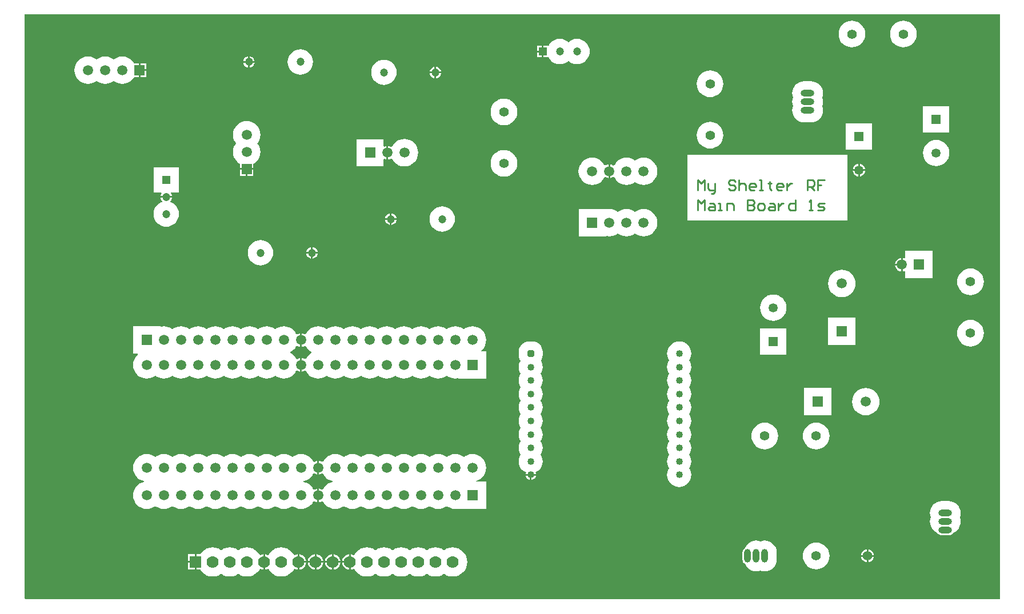
<source format=gtl>
G04 Layer_Physical_Order=1*
G04 Layer_Color=255*
%FSLAX25Y25*%
%MOIN*%
G70*
G01*
G75*
%ADD10C,0.01000*%
%ADD11C,0.05512*%
%ADD12C,0.05906*%
%ADD13R,0.05906X0.05906*%
%ADD14O,0.07874X0.03937*%
%ADD15O,0.07874X0.03937*%
%ADD16C,0.05315*%
%ADD17R,0.05315X0.05315*%
%ADD18R,0.05906X0.05906*%
%ADD19O,0.03937X0.07874*%
%ADD20O,0.03937X0.07874*%
%ADD21R,0.04724X0.04724*%
%ADD22C,0.04724*%
%ADD23R,0.04724X0.04724*%
G04:AMPARAMS|DCode=24|XSize=40mil|YSize=40mil|CornerRadius=10mil|HoleSize=0mil|Usage=FLASHONLY|Rotation=0.000|XOffset=0mil|YOffset=0mil|HoleType=Round|Shape=RoundedRectangle|*
%AMROUNDEDRECTD24*
21,1,0.04000,0.02000,0,0,0.0*
21,1,0.02000,0.04000,0,0,0.0*
1,1,0.02000,0.01000,-0.01000*
1,1,0.02000,-0.01000,-0.01000*
1,1,0.02000,-0.01000,0.01000*
1,1,0.02000,0.01000,0.01000*
%
%ADD24ROUNDEDRECTD24*%
%ADD25C,0.04000*%
%ADD26R,0.07000X0.07000*%
%ADD27C,0.07000*%
G36*
X574552Y-346953D02*
X6398D01*
X5548Y-346102D01*
Y-5548D01*
X574552D01*
Y-346953D01*
D02*
G37*
%LPC*%
G36*
X327900Y-19802D02*
X326457Y-19944D01*
X325069Y-20365D01*
X323790Y-21049D01*
X322900Y-21779D01*
X322010Y-21049D01*
X320731Y-20365D01*
X319343Y-19944D01*
X317900Y-19802D01*
X316457Y-19944D01*
X315069Y-20365D01*
X313790Y-21049D01*
X312669Y-21969D01*
X311749Y-23090D01*
X311556Y-23451D01*
X311262Y-23838D01*
Y-23838D01*
X311262Y-23838D01*
X308400D01*
Y-27200D01*
Y-30562D01*
X311262D01*
X311262Y-30562D01*
Y-30562D01*
X311561Y-30958D01*
X311749Y-31310D01*
X312669Y-32431D01*
X313790Y-33351D01*
X315069Y-34035D01*
X316457Y-34456D01*
X317900Y-34598D01*
X319343Y-34456D01*
X320731Y-34035D01*
X322010Y-33351D01*
X322900Y-32621D01*
X323790Y-33351D01*
X325069Y-34035D01*
X326457Y-34456D01*
X327900Y-34598D01*
X329343Y-34456D01*
X330731Y-34035D01*
X332010Y-33351D01*
X333131Y-32431D01*
X334051Y-31310D01*
X334735Y-30031D01*
X335156Y-28643D01*
X335298Y-27200D01*
X335156Y-25757D01*
X334735Y-24369D01*
X334051Y-23090D01*
X333131Y-21969D01*
X332010Y-21049D01*
X330731Y-20365D01*
X329343Y-19944D01*
X327900Y-19802D01*
D02*
G37*
G36*
X518300Y-9207D02*
X516780Y-9356D01*
X515318Y-9800D01*
X513970Y-10520D01*
X512789Y-11489D01*
X511820Y-12670D01*
X511100Y-14018D01*
X510656Y-15480D01*
X510507Y-17000D01*
X510656Y-18520D01*
X511100Y-19982D01*
X511820Y-21330D01*
X512789Y-22511D01*
X513970Y-23480D01*
X515318Y-24200D01*
X516780Y-24644D01*
X518300Y-24793D01*
X519820Y-24644D01*
X521282Y-24200D01*
X522630Y-23480D01*
X523811Y-22511D01*
X524780Y-21330D01*
X525500Y-19982D01*
X525944Y-18520D01*
X526093Y-17000D01*
X525944Y-15480D01*
X525500Y-14018D01*
X524780Y-12670D01*
X523811Y-11489D01*
X522630Y-10520D01*
X521282Y-9800D01*
X519820Y-9356D01*
X518300Y-9207D01*
D02*
G37*
G36*
X488300D02*
X486780Y-9356D01*
X485318Y-9800D01*
X483970Y-10520D01*
X482789Y-11489D01*
X481820Y-12670D01*
X481100Y-14018D01*
X480656Y-15480D01*
X480507Y-17000D01*
X480656Y-18520D01*
X481100Y-19982D01*
X481820Y-21330D01*
X482789Y-22511D01*
X483970Y-23480D01*
X485318Y-24200D01*
X486780Y-24644D01*
X488300Y-24793D01*
X489820Y-24644D01*
X491282Y-24200D01*
X492630Y-23480D01*
X493811Y-22511D01*
X494780Y-21330D01*
X495500Y-19982D01*
X495944Y-18520D01*
X496093Y-17000D01*
X495944Y-15480D01*
X495500Y-14018D01*
X494780Y-12670D01*
X493811Y-11489D01*
X492630Y-10520D01*
X491282Y-9800D01*
X489820Y-9356D01*
X488300Y-9207D01*
D02*
G37*
G36*
X307400Y-23838D02*
X304538D01*
Y-26700D01*
X307400D01*
Y-23838D01*
D02*
G37*
G36*
Y-27700D02*
X304538D01*
Y-30562D01*
X307400D01*
Y-27700D01*
D02*
G37*
G36*
X62700Y-30109D02*
X61141Y-30262D01*
X59642Y-30717D01*
X58260Y-31455D01*
X57700Y-31915D01*
X57140Y-31455D01*
X55758Y-30717D01*
X54259Y-30262D01*
X52700Y-30109D01*
X51141Y-30262D01*
X49642Y-30717D01*
X48260Y-31455D01*
X47700Y-31915D01*
X47140Y-31455D01*
X45758Y-30717D01*
X44259Y-30262D01*
X42700Y-30109D01*
X41141Y-30262D01*
X39642Y-30717D01*
X38260Y-31455D01*
X37049Y-32449D01*
X36055Y-33660D01*
X35317Y-35042D01*
X34862Y-36541D01*
X34709Y-38100D01*
X34862Y-39659D01*
X35317Y-41158D01*
X36055Y-42540D01*
X37049Y-43751D01*
X38260Y-44745D01*
X39642Y-45483D01*
X41141Y-45938D01*
X42700Y-46091D01*
X44259Y-45938D01*
X45758Y-45483D01*
X47140Y-44745D01*
X47700Y-44285D01*
X48260Y-44745D01*
X49642Y-45483D01*
X51141Y-45938D01*
X52700Y-46091D01*
X54259Y-45938D01*
X55758Y-45483D01*
X57140Y-44745D01*
X57700Y-44285D01*
X58260Y-44745D01*
X59642Y-45483D01*
X61141Y-45938D01*
X62700Y-46091D01*
X64259Y-45938D01*
X65758Y-45483D01*
X67140Y-44745D01*
X68351Y-43751D01*
X69345Y-42540D01*
X69605Y-42053D01*
X72200D01*
Y-38100D01*
Y-34147D01*
X69605D01*
X69345Y-33660D01*
X68351Y-32449D01*
X67140Y-31455D01*
X65758Y-30717D01*
X64259Y-30262D01*
X62700Y-30109D01*
D02*
G37*
G36*
X137000Y-29975D02*
Y-32800D01*
X139825D01*
X139776Y-32422D01*
X139437Y-31604D01*
X138898Y-30902D01*
X138196Y-30363D01*
X137378Y-30024D01*
X137000Y-29975D01*
D02*
G37*
G36*
X136000D02*
X135622Y-30024D01*
X134804Y-30363D01*
X134102Y-30902D01*
X133563Y-31604D01*
X133224Y-32422D01*
X133175Y-32800D01*
X136000D01*
Y-29975D01*
D02*
G37*
G36*
X139825Y-33800D02*
X137000D01*
Y-36625D01*
X137378Y-36576D01*
X138196Y-36237D01*
X138898Y-35698D01*
X139437Y-34996D01*
X139776Y-34178D01*
X139825Y-33800D01*
D02*
G37*
G36*
X136000D02*
X133175D01*
X133224Y-34178D01*
X133563Y-34996D01*
X134102Y-35698D01*
X134804Y-36237D01*
X135622Y-36576D01*
X136000Y-36625D01*
Y-33800D01*
D02*
G37*
G36*
X76653Y-34147D02*
X73200D01*
Y-37600D01*
X76653D01*
Y-34147D01*
D02*
G37*
G36*
X245800Y-36075D02*
Y-38900D01*
X248625D01*
X248576Y-38522D01*
X248237Y-37704D01*
X247698Y-37002D01*
X246996Y-36463D01*
X246178Y-36124D01*
X245800Y-36075D01*
D02*
G37*
G36*
X244800D02*
X244422Y-36124D01*
X243604Y-36463D01*
X242902Y-37002D01*
X242363Y-37704D01*
X242024Y-38522D01*
X241975Y-38900D01*
X244800D01*
Y-36075D01*
D02*
G37*
G36*
X166500Y-25902D02*
X165057Y-26044D01*
X163669Y-26465D01*
X162390Y-27149D01*
X161269Y-28069D01*
X160349Y-29190D01*
X159665Y-30469D01*
X159244Y-31857D01*
X159102Y-33300D01*
X159244Y-34743D01*
X159665Y-36131D01*
X160349Y-37410D01*
X161269Y-38531D01*
X162390Y-39451D01*
X163669Y-40135D01*
X165057Y-40556D01*
X166500Y-40698D01*
X167943Y-40556D01*
X169331Y-40135D01*
X170610Y-39451D01*
X171731Y-38531D01*
X172651Y-37410D01*
X173335Y-36131D01*
X173756Y-34743D01*
X173898Y-33300D01*
X173756Y-31857D01*
X173335Y-30469D01*
X172651Y-29190D01*
X171731Y-28069D01*
X170610Y-27149D01*
X169331Y-26465D01*
X167943Y-26044D01*
X166500Y-25902D01*
D02*
G37*
G36*
X76653Y-38600D02*
X73200D01*
Y-42053D01*
X76653D01*
Y-38600D01*
D02*
G37*
G36*
X248625Y-39900D02*
X245800D01*
Y-42725D01*
X246178Y-42676D01*
X246996Y-42337D01*
X247698Y-41798D01*
X248237Y-41096D01*
X248576Y-40278D01*
X248625Y-39900D01*
D02*
G37*
G36*
X244800D02*
X241975D01*
X242024Y-40278D01*
X242363Y-41096D01*
X242902Y-41798D01*
X243604Y-42337D01*
X244422Y-42676D01*
X244800Y-42725D01*
Y-39900D01*
D02*
G37*
G36*
X215300Y-32002D02*
X213857Y-32144D01*
X212469Y-32565D01*
X211190Y-33249D01*
X210069Y-34169D01*
X209149Y-35290D01*
X208465Y-36569D01*
X208044Y-37957D01*
X207902Y-39400D01*
X208044Y-40843D01*
X208465Y-42231D01*
X209149Y-43510D01*
X210069Y-44631D01*
X211190Y-45551D01*
X212469Y-46235D01*
X213857Y-46656D01*
X215300Y-46798D01*
X216743Y-46656D01*
X218131Y-46235D01*
X219410Y-45551D01*
X220531Y-44631D01*
X221451Y-43510D01*
X222135Y-42231D01*
X222556Y-40843D01*
X222698Y-39400D01*
X222556Y-37957D01*
X222135Y-36569D01*
X221451Y-35290D01*
X220531Y-34169D01*
X219410Y-33249D01*
X218131Y-32565D01*
X216743Y-32144D01*
X215300Y-32002D01*
D02*
G37*
G36*
X405500Y-38307D02*
X403980Y-38456D01*
X402518Y-38900D01*
X401170Y-39620D01*
X399989Y-40589D01*
X399020Y-41770D01*
X398300Y-43118D01*
X397856Y-44580D01*
X397707Y-46100D01*
X397856Y-47620D01*
X398300Y-49082D01*
X399020Y-50430D01*
X399989Y-51611D01*
X401170Y-52580D01*
X402518Y-53300D01*
X403980Y-53744D01*
X405500Y-53893D01*
X407020Y-53744D01*
X408482Y-53300D01*
X409830Y-52580D01*
X411011Y-51611D01*
X411980Y-50430D01*
X412700Y-49082D01*
X413144Y-47620D01*
X413293Y-46100D01*
X413144Y-44580D01*
X412700Y-43118D01*
X411980Y-41770D01*
X411011Y-40589D01*
X409830Y-39620D01*
X408482Y-38900D01*
X407020Y-38456D01*
X405500Y-38307D01*
D02*
G37*
G36*
X464368Y-44598D02*
X460431D01*
X459065Y-44732D01*
X457752Y-45131D01*
X456541Y-45778D01*
X455480Y-46649D01*
X454609Y-47710D01*
X453962Y-48920D01*
X453564Y-50234D01*
X453429Y-51600D01*
X453564Y-52966D01*
X453908Y-54100D01*
X453564Y-55234D01*
X453429Y-56600D01*
X453564Y-57966D01*
X453908Y-59100D01*
X453564Y-60234D01*
X453429Y-61600D01*
X453564Y-62966D01*
X453962Y-64280D01*
X454609Y-65490D01*
X455480Y-66551D01*
X456541Y-67422D01*
X457752Y-68069D01*
X459065Y-68468D01*
X460431Y-68602D01*
X464368D01*
X465735Y-68468D01*
X467048Y-68069D01*
X468259Y-67422D01*
X469320Y-66551D01*
X470191Y-65490D01*
X470838Y-64280D01*
X471236Y-62966D01*
X471371Y-61600D01*
X471236Y-60234D01*
X470892Y-59100D01*
X471236Y-57966D01*
X471371Y-56600D01*
X471236Y-55234D01*
X470892Y-54100D01*
X471236Y-52966D01*
X471371Y-51600D01*
X471236Y-50234D01*
X470838Y-48920D01*
X470191Y-47710D01*
X469320Y-46649D01*
X468259Y-45778D01*
X467048Y-45131D01*
X465735Y-44732D01*
X464368Y-44598D01*
D02*
G37*
G36*
X285300Y-54707D02*
X283780Y-54856D01*
X282318Y-55300D01*
X280970Y-56020D01*
X279789Y-56989D01*
X278820Y-58170D01*
X278100Y-59518D01*
X277656Y-60980D01*
X277507Y-62500D01*
X277656Y-64020D01*
X278100Y-65482D01*
X278820Y-66830D01*
X279789Y-68011D01*
X280970Y-68980D01*
X282318Y-69700D01*
X283780Y-70144D01*
X285300Y-70293D01*
X286820Y-70144D01*
X288282Y-69700D01*
X289630Y-68980D01*
X290811Y-68011D01*
X291780Y-66830D01*
X292500Y-65482D01*
X292944Y-64020D01*
X293093Y-62500D01*
X292944Y-60980D01*
X292500Y-59518D01*
X291780Y-58170D01*
X290811Y-56989D01*
X289630Y-56020D01*
X288282Y-55300D01*
X286820Y-54856D01*
X285300Y-54707D01*
D02*
G37*
G36*
X545057Y-59100D02*
X529742D01*
Y-74415D01*
X545057D01*
Y-59100D01*
D02*
G37*
G36*
X227200Y-78309D02*
X225641Y-78462D01*
X224142Y-78917D01*
X222760Y-79655D01*
X221549Y-80649D01*
X220555Y-81860D01*
X220024Y-82854D01*
X219383Y-82993D01*
X219193Y-82847D01*
X218232Y-82449D01*
X217700Y-82379D01*
Y-86300D01*
Y-90221D01*
X218232Y-90151D01*
X219193Y-89753D01*
X219383Y-89607D01*
X220024Y-89745D01*
X220555Y-90740D01*
X221549Y-91951D01*
X222760Y-92945D01*
X224142Y-93683D01*
X225641Y-94138D01*
X227200Y-94291D01*
X228759Y-94138D01*
X230258Y-93683D01*
X231640Y-92945D01*
X232851Y-91951D01*
X233844Y-90740D01*
X234583Y-89358D01*
X235038Y-87859D01*
X235191Y-86300D01*
X235038Y-84741D01*
X234583Y-83242D01*
X233844Y-81860D01*
X232851Y-80649D01*
X231640Y-79655D01*
X230258Y-78917D01*
X228759Y-78462D01*
X227200Y-78309D01*
D02*
G37*
G36*
X405500Y-68307D02*
X403980Y-68456D01*
X402518Y-68900D01*
X401170Y-69620D01*
X399989Y-70589D01*
X399020Y-71770D01*
X398300Y-73118D01*
X397856Y-74580D01*
X397707Y-76100D01*
X397856Y-77620D01*
X398300Y-79082D01*
X399020Y-80430D01*
X399989Y-81611D01*
X401170Y-82580D01*
X402518Y-83300D01*
X403980Y-83744D01*
X405500Y-83893D01*
X407020Y-83744D01*
X408482Y-83300D01*
X409830Y-82580D01*
X411011Y-81611D01*
X411980Y-80430D01*
X412700Y-79082D01*
X413144Y-77620D01*
X413293Y-76100D01*
X413144Y-74580D01*
X412700Y-73118D01*
X411980Y-71770D01*
X411011Y-70589D01*
X409830Y-69620D01*
X408482Y-68900D01*
X407020Y-68456D01*
X405500Y-68307D01*
D02*
G37*
G36*
X500058Y-69100D02*
X484742D01*
Y-84415D01*
X500058D01*
Y-69100D01*
D02*
G37*
G36*
X215153Y-78347D02*
X199247D01*
Y-94253D01*
X215153D01*
Y-90272D01*
X215653Y-89938D01*
X216168Y-90151D01*
X216700Y-90221D01*
Y-86300D01*
Y-82379D01*
X216168Y-82449D01*
X215653Y-82662D01*
X215153Y-82328D01*
Y-78347D01*
D02*
G37*
G36*
X366800Y-89109D02*
X365241Y-89262D01*
X363742Y-89717D01*
X362360Y-90456D01*
X361800Y-90915D01*
X361240Y-90456D01*
X359858Y-89717D01*
X358359Y-89262D01*
X356800Y-89109D01*
X355241Y-89262D01*
X353742Y-89717D01*
X352360Y-90456D01*
X351149Y-91449D01*
X350155Y-92660D01*
X349624Y-93655D01*
X348983Y-93793D01*
X348793Y-93647D01*
X347832Y-93249D01*
X347300Y-93179D01*
Y-97100D01*
Y-101021D01*
X347832Y-100951D01*
X348793Y-100553D01*
X348983Y-100407D01*
X349624Y-100546D01*
X350155Y-101540D01*
X351149Y-102751D01*
X352360Y-103744D01*
X353742Y-104483D01*
X355241Y-104938D01*
X356800Y-105091D01*
X358359Y-104938D01*
X359858Y-104483D01*
X361240Y-103744D01*
X361800Y-103285D01*
X362360Y-103744D01*
X363742Y-104483D01*
X365241Y-104938D01*
X366800Y-105091D01*
X368359Y-104938D01*
X369858Y-104483D01*
X371240Y-103744D01*
X372451Y-102751D01*
X373445Y-101540D01*
X374183Y-100158D01*
X374638Y-98659D01*
X374791Y-97100D01*
X374638Y-95541D01*
X374183Y-94042D01*
X373445Y-92660D01*
X372451Y-91449D01*
X371240Y-90456D01*
X369858Y-89717D01*
X368359Y-89262D01*
X366800Y-89109D01*
D02*
G37*
G36*
X537400Y-78748D02*
X535899Y-78896D01*
X534455Y-79334D01*
X533125Y-80045D01*
X531959Y-81002D01*
X531002Y-82168D01*
X530291Y-83498D01*
X529853Y-84942D01*
X529705Y-86443D01*
X529853Y-87944D01*
X530291Y-89387D01*
X531002Y-90717D01*
X531959Y-91883D01*
X533125Y-92840D01*
X534455Y-93551D01*
X535899Y-93989D01*
X537400Y-94137D01*
X538901Y-93989D01*
X540345Y-93551D01*
X541675Y-92840D01*
X542841Y-91883D01*
X543798Y-90717D01*
X544509Y-89387D01*
X544947Y-87944D01*
X545094Y-86443D01*
X544947Y-84942D01*
X544509Y-83498D01*
X543798Y-82168D01*
X542841Y-81002D01*
X541675Y-80045D01*
X540345Y-79334D01*
X538901Y-78896D01*
X537400Y-78748D01*
D02*
G37*
G36*
X135200Y-67809D02*
X133641Y-67962D01*
X132142Y-68417D01*
X130760Y-69156D01*
X129549Y-70149D01*
X128556Y-71360D01*
X127817Y-72742D01*
X127362Y-74241D01*
X127209Y-75800D01*
X127362Y-77359D01*
X127817Y-78858D01*
X128556Y-80240D01*
X129015Y-80800D01*
X128556Y-81360D01*
X127817Y-82742D01*
X127362Y-84241D01*
X127209Y-85800D01*
X127362Y-87359D01*
X127817Y-88858D01*
X128556Y-90240D01*
X129549Y-91451D01*
X130760Y-92444D01*
X131247Y-92705D01*
Y-95300D01*
X135200D01*
X139153D01*
Y-92705D01*
X139640Y-92444D01*
X140851Y-91451D01*
X141844Y-90240D01*
X142583Y-88858D01*
X143038Y-87359D01*
X143191Y-85800D01*
X143038Y-84241D01*
X142583Y-82742D01*
X141844Y-81360D01*
X141385Y-80800D01*
X141844Y-80240D01*
X142583Y-78858D01*
X143038Y-77359D01*
X143191Y-75800D01*
X143038Y-74241D01*
X142583Y-72742D01*
X141844Y-71360D01*
X140851Y-70149D01*
X139640Y-69156D01*
X138258Y-68417D01*
X136759Y-67962D01*
X135200Y-67809D01*
D02*
G37*
G36*
X492900Y-92819D02*
Y-95943D01*
X496023D01*
X495963Y-95488D01*
X495595Y-94598D01*
X495009Y-93834D01*
X494244Y-93248D01*
X493355Y-92879D01*
X492900Y-92819D01*
D02*
G37*
G36*
X491900D02*
X491445Y-92879D01*
X490555Y-93248D01*
X489791Y-93834D01*
X489205Y-94598D01*
X488837Y-95488D01*
X488777Y-95943D01*
X491900D01*
Y-92819D01*
D02*
G37*
G36*
X139153Y-96300D02*
X135700D01*
Y-99753D01*
X139153D01*
Y-96300D01*
D02*
G37*
G36*
X134700D02*
X131247D01*
Y-99753D01*
X134700D01*
Y-96300D01*
D02*
G37*
G36*
X496023Y-96943D02*
X492900D01*
Y-100066D01*
X493355Y-100006D01*
X494244Y-99637D01*
X495009Y-99051D01*
X495595Y-98287D01*
X495963Y-97397D01*
X496023Y-96943D01*
D02*
G37*
G36*
X491900D02*
X488777D01*
X488837Y-97397D01*
X489205Y-98287D01*
X489791Y-99051D01*
X490555Y-99637D01*
X491445Y-100006D01*
X491900Y-100066D01*
Y-96943D01*
D02*
G37*
G36*
X285300Y-84707D02*
X283780Y-84856D01*
X282318Y-85300D01*
X280970Y-86020D01*
X279789Y-86989D01*
X278820Y-88170D01*
X278100Y-89518D01*
X277656Y-90980D01*
X277507Y-92500D01*
X277656Y-94020D01*
X278100Y-95482D01*
X278820Y-96830D01*
X279789Y-98011D01*
X280970Y-98980D01*
X282318Y-99700D01*
X283780Y-100144D01*
X285300Y-100293D01*
X286820Y-100144D01*
X288282Y-99700D01*
X289630Y-98980D01*
X290811Y-98011D01*
X291780Y-96830D01*
X292500Y-95482D01*
X292944Y-94020D01*
X293093Y-92500D01*
X292944Y-90980D01*
X292500Y-89518D01*
X291780Y-88170D01*
X290811Y-86989D01*
X289630Y-86020D01*
X288282Y-85300D01*
X286820Y-84856D01*
X285300Y-84707D01*
D02*
G37*
G36*
X336800Y-89109D02*
X335241Y-89262D01*
X333742Y-89717D01*
X332360Y-90456D01*
X331149Y-91449D01*
X330155Y-92660D01*
X329417Y-94042D01*
X328962Y-95541D01*
X328809Y-97100D01*
X328962Y-98659D01*
X329417Y-100158D01*
X330155Y-101540D01*
X331149Y-102751D01*
X332360Y-103744D01*
X333742Y-104483D01*
X335241Y-104938D01*
X336800Y-105091D01*
X338359Y-104938D01*
X339858Y-104483D01*
X341240Y-103744D01*
X342451Y-102751D01*
X343444Y-101540D01*
X343976Y-100546D01*
X344617Y-100407D01*
X344807Y-100553D01*
X345768Y-100951D01*
X346300Y-101021D01*
Y-97100D01*
Y-93179D01*
X345768Y-93249D01*
X344807Y-93647D01*
X344617Y-93793D01*
X343976Y-93655D01*
X343444Y-92660D01*
X342451Y-91449D01*
X341240Y-90456D01*
X339858Y-89717D01*
X338359Y-89262D01*
X336800Y-89109D01*
D02*
G37*
G36*
X95662Y-94738D02*
X80938D01*
Y-109462D01*
X85456D01*
X85702Y-109962D01*
X85363Y-110404D01*
X85024Y-111222D01*
X84975Y-111600D01*
X88300D01*
X91625D01*
X91576Y-111222D01*
X91237Y-110404D01*
X90898Y-109962D01*
X91144Y-109462D01*
X95662D01*
Y-94738D01*
D02*
G37*
G36*
X366800Y-119109D02*
X365241Y-119262D01*
X363742Y-119717D01*
X362360Y-120456D01*
X361800Y-120915D01*
X361240Y-120456D01*
X359858Y-119717D01*
X358359Y-119262D01*
X356800Y-119109D01*
X355241Y-119262D01*
X353742Y-119717D01*
X352360Y-120456D01*
X351800Y-120915D01*
X351240Y-120456D01*
X349858Y-119717D01*
X348359Y-119262D01*
X346800Y-119109D01*
X345253Y-119261D01*
X344923Y-119274D01*
X344753Y-119147D01*
Y-119147D01*
X328847D01*
Y-135053D01*
X344753D01*
Y-135053D01*
X344923Y-134926D01*
X345253Y-134939D01*
X346800Y-135091D01*
X348359Y-134938D01*
X349858Y-134483D01*
X351240Y-133745D01*
X351800Y-133285D01*
X352360Y-133745D01*
X353742Y-134483D01*
X355241Y-134938D01*
X356800Y-135091D01*
X358359Y-134938D01*
X359858Y-134483D01*
X361240Y-133745D01*
X361800Y-133285D01*
X362360Y-133745D01*
X363742Y-134483D01*
X365241Y-134938D01*
X366800Y-135091D01*
X368359Y-134938D01*
X369858Y-134483D01*
X371240Y-133745D01*
X372451Y-132751D01*
X373445Y-131540D01*
X374183Y-130158D01*
X374638Y-128659D01*
X374791Y-127100D01*
X374638Y-125541D01*
X374183Y-124042D01*
X373445Y-122660D01*
X372451Y-121449D01*
X371240Y-120456D01*
X369858Y-119717D01*
X368359Y-119262D01*
X366800Y-119109D01*
D02*
G37*
G36*
X219800Y-121675D02*
Y-124500D01*
X222625D01*
X222576Y-124122D01*
X222237Y-123304D01*
X221698Y-122602D01*
X220996Y-122063D01*
X220178Y-121724D01*
X219800Y-121675D01*
D02*
G37*
G36*
X218800D02*
X218422Y-121724D01*
X217604Y-122063D01*
X216902Y-122602D01*
X216363Y-123304D01*
X216024Y-124122D01*
X215975Y-124500D01*
X218800D01*
Y-121675D01*
D02*
G37*
G36*
X485800Y-87605D02*
X392300D01*
Y-125900D01*
X485800D01*
Y-87605D01*
D02*
G37*
G36*
X222625Y-125500D02*
X219800D01*
Y-128325D01*
X220178Y-128276D01*
X220996Y-127937D01*
X221698Y-127398D01*
X222237Y-126696D01*
X222576Y-125878D01*
X222625Y-125500D01*
D02*
G37*
G36*
X218800D02*
X215975D01*
X216024Y-125878D01*
X216363Y-126696D01*
X216902Y-127398D01*
X217604Y-127937D01*
X218422Y-128276D01*
X218800Y-128325D01*
Y-125500D01*
D02*
G37*
G36*
X91625Y-112600D02*
X88300D01*
X84975D01*
X85024Y-112978D01*
X85363Y-113796D01*
X85902Y-114498D01*
X86062Y-114621D01*
X85972Y-115113D01*
X85469Y-115265D01*
X84190Y-115949D01*
X83069Y-116869D01*
X82149Y-117990D01*
X81465Y-119269D01*
X81044Y-120657D01*
X80902Y-122100D01*
X81044Y-123543D01*
X81465Y-124931D01*
X82149Y-126210D01*
X83069Y-127331D01*
X84190Y-128251D01*
X85469Y-128935D01*
X86857Y-129356D01*
X88300Y-129498D01*
X89743Y-129356D01*
X91131Y-128935D01*
X92410Y-128251D01*
X93531Y-127331D01*
X94451Y-126210D01*
X95135Y-124931D01*
X95556Y-123543D01*
X95698Y-122100D01*
X95556Y-120657D01*
X95135Y-119269D01*
X94451Y-117990D01*
X93531Y-116869D01*
X92410Y-115949D01*
X91131Y-115265D01*
X90627Y-115113D01*
X90538Y-114621D01*
X90698Y-114498D01*
X91237Y-113796D01*
X91576Y-112978D01*
X91625Y-112600D01*
D02*
G37*
G36*
X249300Y-117602D02*
X247857Y-117744D01*
X246469Y-118165D01*
X245190Y-118849D01*
X244069Y-119769D01*
X243149Y-120890D01*
X242465Y-122169D01*
X242044Y-123557D01*
X241902Y-125000D01*
X242044Y-126443D01*
X242465Y-127831D01*
X243149Y-129110D01*
X244069Y-130231D01*
X245190Y-131151D01*
X246469Y-131835D01*
X247857Y-132256D01*
X249300Y-132398D01*
X250743Y-132256D01*
X252131Y-131835D01*
X253410Y-131151D01*
X254531Y-130231D01*
X255451Y-129110D01*
X256135Y-127831D01*
X256556Y-126443D01*
X256698Y-125000D01*
X256556Y-123557D01*
X256135Y-122169D01*
X255451Y-120890D01*
X254531Y-119769D01*
X253410Y-118849D01*
X252131Y-118165D01*
X250743Y-117744D01*
X249300Y-117602D01*
D02*
G37*
G36*
X173800Y-141375D02*
Y-144200D01*
X176625D01*
X176576Y-143822D01*
X176237Y-143004D01*
X175698Y-142302D01*
X174996Y-141763D01*
X174178Y-141424D01*
X173800Y-141375D01*
D02*
G37*
G36*
X172800D02*
X172422Y-141424D01*
X171604Y-141763D01*
X170902Y-142302D01*
X170363Y-143004D01*
X170024Y-143822D01*
X169975Y-144200D01*
X172800D01*
Y-141375D01*
D02*
G37*
G36*
X535353Y-143647D02*
X519447D01*
Y-147628D01*
X518947Y-147962D01*
X518432Y-147749D01*
X517900Y-147679D01*
Y-151600D01*
Y-155521D01*
X518432Y-155451D01*
X518947Y-155237D01*
X519447Y-155572D01*
Y-159553D01*
X535353D01*
Y-143647D01*
D02*
G37*
G36*
X176625Y-145200D02*
X173800D01*
Y-148025D01*
X174178Y-147976D01*
X174996Y-147637D01*
X175698Y-147098D01*
X176237Y-146396D01*
X176576Y-145578D01*
X176625Y-145200D01*
D02*
G37*
G36*
X172800D02*
X169975D01*
X170024Y-145578D01*
X170363Y-146396D01*
X170902Y-147098D01*
X171604Y-147637D01*
X172422Y-147976D01*
X172800Y-148025D01*
Y-145200D01*
D02*
G37*
G36*
X516900Y-147679D02*
X516368Y-147749D01*
X515407Y-148147D01*
X514581Y-148781D01*
X513947Y-149607D01*
X513549Y-150568D01*
X513479Y-151100D01*
X516900D01*
Y-147679D01*
D02*
G37*
G36*
X143300Y-137302D02*
X141857Y-137444D01*
X140469Y-137865D01*
X139190Y-138549D01*
X138069Y-139469D01*
X137149Y-140590D01*
X136465Y-141869D01*
X136044Y-143257D01*
X135902Y-144700D01*
X136044Y-146143D01*
X136465Y-147531D01*
X137149Y-148810D01*
X138069Y-149931D01*
X139190Y-150851D01*
X140469Y-151535D01*
X141857Y-151956D01*
X143300Y-152098D01*
X144743Y-151956D01*
X146131Y-151535D01*
X147410Y-150851D01*
X148531Y-149931D01*
X149451Y-148810D01*
X150135Y-147531D01*
X150556Y-146143D01*
X150698Y-144700D01*
X150556Y-143257D01*
X150135Y-141869D01*
X149451Y-140590D01*
X148531Y-139469D01*
X147410Y-138549D01*
X146131Y-137865D01*
X144743Y-137444D01*
X143300Y-137302D01*
D02*
G37*
G36*
X516900Y-152100D02*
X513479D01*
X513549Y-152632D01*
X513947Y-153593D01*
X514581Y-154419D01*
X515407Y-155053D01*
X516368Y-155451D01*
X516900Y-155521D01*
Y-152100D01*
D02*
G37*
G36*
X557400Y-153807D02*
X555880Y-153956D01*
X554418Y-154400D01*
X553070Y-155120D01*
X551889Y-156089D01*
X550920Y-157270D01*
X550200Y-158618D01*
X549756Y-160080D01*
X549607Y-161600D01*
X549756Y-163120D01*
X550200Y-164582D01*
X550920Y-165930D01*
X551889Y-167111D01*
X553070Y-168080D01*
X554418Y-168800D01*
X555880Y-169244D01*
X557400Y-169393D01*
X558920Y-169244D01*
X560382Y-168800D01*
X561730Y-168080D01*
X562911Y-167111D01*
X563880Y-165930D01*
X564600Y-164582D01*
X565044Y-163120D01*
X565193Y-161600D01*
X565044Y-160080D01*
X564600Y-158618D01*
X563880Y-157270D01*
X562911Y-156089D01*
X561730Y-155120D01*
X560382Y-154400D01*
X558920Y-153956D01*
X557400Y-153807D01*
D02*
G37*
G36*
X482400Y-154632D02*
X480841Y-154786D01*
X479342Y-155241D01*
X477960Y-155979D01*
X476749Y-156973D01*
X475756Y-158184D01*
X475017Y-159565D01*
X474562Y-161065D01*
X474409Y-162624D01*
X474562Y-164183D01*
X475017Y-165682D01*
X475756Y-167063D01*
X476749Y-168274D01*
X477960Y-169268D01*
X479342Y-170007D01*
X480841Y-170461D01*
X482400Y-170615D01*
X483959Y-170461D01*
X485458Y-170007D01*
X486840Y-169268D01*
X488051Y-168274D01*
X489045Y-167063D01*
X489783Y-165682D01*
X490238Y-164183D01*
X490391Y-162624D01*
X490238Y-161065D01*
X489783Y-159565D01*
X489045Y-158184D01*
X488051Y-156973D01*
X486840Y-155979D01*
X485458Y-155241D01*
X483959Y-154786D01*
X482400Y-154632D01*
D02*
G37*
G36*
X442400Y-169063D02*
X440899Y-169211D01*
X439455Y-169649D01*
X438125Y-170360D01*
X436959Y-171317D01*
X436002Y-172483D01*
X435291Y-173813D01*
X434853Y-175256D01*
X434705Y-176757D01*
X434853Y-178259D01*
X435291Y-179702D01*
X436002Y-181032D01*
X436959Y-182198D01*
X438125Y-183155D01*
X439455Y-183866D01*
X440899Y-184304D01*
X442400Y-184452D01*
X443901Y-184304D01*
X445345Y-183866D01*
X446675Y-183155D01*
X447841Y-182198D01*
X448798Y-181032D01*
X449509Y-179702D01*
X449947Y-178259D01*
X450095Y-176757D01*
X449947Y-175256D01*
X449509Y-173813D01*
X448798Y-172483D01*
X447841Y-171317D01*
X446675Y-170360D01*
X445345Y-169649D01*
X443901Y-169211D01*
X442400Y-169063D01*
D02*
G37*
G36*
X266900Y-187609D02*
X265341Y-187762D01*
X263842Y-188217D01*
X262460Y-188955D01*
X261900Y-189415D01*
X261340Y-188955D01*
X259958Y-188217D01*
X258459Y-187762D01*
X256900Y-187609D01*
X255341Y-187762D01*
X253842Y-188217D01*
X252460Y-188955D01*
X251900Y-189415D01*
X251340Y-188955D01*
X249958Y-188217D01*
X248459Y-187762D01*
X246900Y-187609D01*
X245341Y-187762D01*
X243842Y-188217D01*
X242460Y-188955D01*
X241900Y-189415D01*
X241340Y-188955D01*
X239958Y-188217D01*
X238459Y-187762D01*
X236900Y-187609D01*
X235341Y-187762D01*
X233842Y-188217D01*
X232460Y-188955D01*
X231900Y-189415D01*
X231340Y-188955D01*
X229958Y-188217D01*
X228459Y-187762D01*
X226900Y-187609D01*
X225341Y-187762D01*
X223842Y-188217D01*
X222460Y-188955D01*
X221900Y-189415D01*
X221340Y-188955D01*
X219958Y-188217D01*
X218459Y-187762D01*
X216900Y-187609D01*
X215341Y-187762D01*
X213842Y-188217D01*
X212460Y-188955D01*
X211900Y-189415D01*
X211340Y-188955D01*
X209958Y-188217D01*
X208459Y-187762D01*
X206900Y-187609D01*
X205341Y-187762D01*
X203842Y-188217D01*
X202460Y-188955D01*
X201900Y-189415D01*
X201340Y-188955D01*
X199958Y-188217D01*
X198459Y-187762D01*
X196900Y-187609D01*
X195341Y-187762D01*
X193842Y-188217D01*
X192460Y-188955D01*
X191900Y-189415D01*
X191340Y-188955D01*
X189958Y-188217D01*
X188459Y-187762D01*
X186900Y-187609D01*
X185341Y-187762D01*
X183842Y-188217D01*
X182460Y-188955D01*
X181900Y-189415D01*
X181340Y-188955D01*
X179958Y-188217D01*
X178459Y-187762D01*
X176900Y-187609D01*
X175341Y-187762D01*
X173842Y-188217D01*
X172460Y-188955D01*
X171249Y-189949D01*
X170255Y-191160D01*
X169724Y-192155D01*
X169083Y-192293D01*
X168893Y-192147D01*
X167932Y-191749D01*
X167400Y-191679D01*
Y-195600D01*
Y-199521D01*
X167932Y-199451D01*
X168893Y-199053D01*
X169083Y-198907D01*
X169724Y-199046D01*
X170255Y-200040D01*
X171249Y-201251D01*
X172460Y-202244D01*
X173126Y-202600D01*
Y-203100D01*
X172460Y-203455D01*
X171249Y-204449D01*
X170255Y-205660D01*
X169724Y-206655D01*
X169083Y-206793D01*
X168893Y-206647D01*
X167932Y-206249D01*
X167400Y-206179D01*
Y-210100D01*
Y-214021D01*
X167932Y-213951D01*
X168893Y-213553D01*
X169083Y-213407D01*
X169724Y-213545D01*
X170255Y-214540D01*
X171249Y-215751D01*
X172460Y-216744D01*
X173842Y-217483D01*
X175341Y-217938D01*
X176900Y-218091D01*
X178459Y-217938D01*
X179958Y-217483D01*
X181340Y-216744D01*
X181900Y-216285D01*
X182460Y-216744D01*
X183842Y-217483D01*
X185341Y-217938D01*
X186900Y-218091D01*
X188459Y-217938D01*
X189958Y-217483D01*
X191340Y-216744D01*
X191900Y-216285D01*
X192460Y-216744D01*
X193842Y-217483D01*
X195341Y-217938D01*
X196900Y-218091D01*
X198459Y-217938D01*
X199958Y-217483D01*
X201340Y-216744D01*
X201900Y-216285D01*
X202460Y-216744D01*
X203842Y-217483D01*
X205341Y-217938D01*
X206900Y-218091D01*
X208459Y-217938D01*
X209958Y-217483D01*
X211340Y-216744D01*
X211900Y-216285D01*
X212460Y-216744D01*
X213842Y-217483D01*
X215341Y-217938D01*
X216900Y-218091D01*
X218459Y-217938D01*
X219958Y-217483D01*
X221340Y-216744D01*
X221900Y-216285D01*
X222460Y-216744D01*
X223842Y-217483D01*
X225341Y-217938D01*
X226900Y-218091D01*
X228459Y-217938D01*
X229958Y-217483D01*
X231340Y-216744D01*
X231900Y-216285D01*
X232460Y-216744D01*
X233842Y-217483D01*
X235341Y-217938D01*
X236900Y-218091D01*
X238459Y-217938D01*
X239958Y-217483D01*
X241340Y-216744D01*
X241900Y-216285D01*
X242460Y-216744D01*
X243842Y-217483D01*
X245341Y-217938D01*
X246900Y-218091D01*
X248459Y-217938D01*
X249958Y-217483D01*
X251340Y-216744D01*
X251900Y-216285D01*
X252460Y-216744D01*
X253842Y-217483D01*
X255341Y-217938D01*
X256900Y-218091D01*
X258447Y-217939D01*
X258776Y-217926D01*
X258947Y-218053D01*
Y-218053D01*
X274853D01*
Y-202147D01*
X272200D01*
X272032Y-201677D01*
X272551Y-201251D01*
X273545Y-200040D01*
X274283Y-198658D01*
X274738Y-197159D01*
X274891Y-195600D01*
X274738Y-194041D01*
X274283Y-192542D01*
X273545Y-191160D01*
X272551Y-189949D01*
X271340Y-188955D01*
X269958Y-188217D01*
X268459Y-187762D01*
X266900Y-187609D01*
D02*
G37*
G36*
X156900D02*
X155341Y-187762D01*
X153842Y-188217D01*
X152460Y-188955D01*
X151900Y-189415D01*
X151340Y-188955D01*
X149958Y-188217D01*
X148459Y-187762D01*
X146900Y-187609D01*
X145341Y-187762D01*
X143842Y-188217D01*
X142460Y-188955D01*
X141900Y-189415D01*
X141340Y-188955D01*
X139958Y-188217D01*
X138459Y-187762D01*
X136900Y-187609D01*
X135341Y-187762D01*
X133842Y-188217D01*
X132460Y-188955D01*
X131900Y-189415D01*
X131340Y-188955D01*
X129958Y-188217D01*
X128459Y-187762D01*
X126900Y-187609D01*
X125341Y-187762D01*
X123842Y-188217D01*
X122460Y-188955D01*
X121900Y-189415D01*
X121340Y-188955D01*
X119958Y-188217D01*
X118459Y-187762D01*
X116900Y-187609D01*
X115341Y-187762D01*
X113842Y-188217D01*
X112460Y-188955D01*
X111900Y-189415D01*
X111340Y-188955D01*
X109958Y-188217D01*
X108459Y-187762D01*
X106900Y-187609D01*
X105341Y-187762D01*
X103842Y-188217D01*
X102460Y-188955D01*
X101900Y-189415D01*
X101340Y-188955D01*
X99958Y-188217D01*
X98459Y-187762D01*
X96900Y-187609D01*
X95341Y-187762D01*
X93842Y-188217D01*
X92460Y-188955D01*
X91900Y-189415D01*
X91340Y-188955D01*
X89958Y-188217D01*
X88459Y-187762D01*
X86900Y-187609D01*
X85353Y-187761D01*
X85023Y-187774D01*
X84853Y-187647D01*
Y-187647D01*
X68947D01*
Y-203553D01*
X71600D01*
X71768Y-204024D01*
X71249Y-204449D01*
X70256Y-205660D01*
X69517Y-207042D01*
X69062Y-208541D01*
X68909Y-210100D01*
X69062Y-211659D01*
X69517Y-213158D01*
X70256Y-214540D01*
X71249Y-215751D01*
X72460Y-216744D01*
X73842Y-217483D01*
X75341Y-217938D01*
X76900Y-218091D01*
X78459Y-217938D01*
X79958Y-217483D01*
X81340Y-216744D01*
X81900Y-216285D01*
X82460Y-216744D01*
X83842Y-217483D01*
X85341Y-217938D01*
X86900Y-218091D01*
X88459Y-217938D01*
X89958Y-217483D01*
X91340Y-216744D01*
X91900Y-216285D01*
X92460Y-216744D01*
X93842Y-217483D01*
X95341Y-217938D01*
X96900Y-218091D01*
X98459Y-217938D01*
X99958Y-217483D01*
X101340Y-216744D01*
X101900Y-216285D01*
X102460Y-216744D01*
X103842Y-217483D01*
X105341Y-217938D01*
X106900Y-218091D01*
X108459Y-217938D01*
X109958Y-217483D01*
X111340Y-216744D01*
X111900Y-216285D01*
X112460Y-216744D01*
X113842Y-217483D01*
X115341Y-217938D01*
X116900Y-218091D01*
X118459Y-217938D01*
X119958Y-217483D01*
X121340Y-216744D01*
X121900Y-216285D01*
X122460Y-216744D01*
X123842Y-217483D01*
X125341Y-217938D01*
X126900Y-218091D01*
X128459Y-217938D01*
X129958Y-217483D01*
X131340Y-216744D01*
X131900Y-216285D01*
X132460Y-216744D01*
X133842Y-217483D01*
X135341Y-217938D01*
X136900Y-218091D01*
X138459Y-217938D01*
X139958Y-217483D01*
X141340Y-216744D01*
X141900Y-216285D01*
X142460Y-216744D01*
X143842Y-217483D01*
X145341Y-217938D01*
X146900Y-218091D01*
X148459Y-217938D01*
X149958Y-217483D01*
X151340Y-216744D01*
X151900Y-216285D01*
X152460Y-216744D01*
X153842Y-217483D01*
X155341Y-217938D01*
X156900Y-218091D01*
X158459Y-217938D01*
X159958Y-217483D01*
X161340Y-216744D01*
X162551Y-215751D01*
X163544Y-214540D01*
X164076Y-213545D01*
X164717Y-213407D01*
X164907Y-213553D01*
X165868Y-213951D01*
X166400Y-214021D01*
Y-210100D01*
Y-206179D01*
X165868Y-206249D01*
X164907Y-206647D01*
X164717Y-206793D01*
X164076Y-206655D01*
X163544Y-205660D01*
X162551Y-204449D01*
X161340Y-203455D01*
X160675Y-203100D01*
Y-202600D01*
X161340Y-202244D01*
X162551Y-201251D01*
X163544Y-200040D01*
X164076Y-199046D01*
X164717Y-198907D01*
X164907Y-199053D01*
X165868Y-199451D01*
X166400Y-199521D01*
Y-195600D01*
Y-191679D01*
X165868Y-191749D01*
X164907Y-192147D01*
X164717Y-192293D01*
X164076Y-192155D01*
X163544Y-191160D01*
X162551Y-189949D01*
X161340Y-188955D01*
X159958Y-188217D01*
X158459Y-187762D01*
X156900Y-187609D01*
D02*
G37*
G36*
X490353Y-182624D02*
X474447D01*
Y-198529D01*
X490353D01*
Y-182624D01*
D02*
G37*
G36*
X557400Y-183807D02*
X555880Y-183956D01*
X554418Y-184400D01*
X553070Y-185120D01*
X551889Y-186089D01*
X550920Y-187270D01*
X550200Y-188618D01*
X549756Y-190080D01*
X549607Y-191600D01*
X549756Y-193120D01*
X550200Y-194582D01*
X550920Y-195930D01*
X551889Y-197111D01*
X553070Y-198080D01*
X554418Y-198800D01*
X555880Y-199244D01*
X557400Y-199393D01*
X558920Y-199244D01*
X560382Y-198800D01*
X561730Y-198080D01*
X562911Y-197111D01*
X563880Y-195930D01*
X564600Y-194582D01*
X565044Y-193120D01*
X565193Y-191600D01*
X565044Y-190080D01*
X564600Y-188618D01*
X563880Y-187270D01*
X562911Y-186089D01*
X561730Y-185120D01*
X560382Y-184400D01*
X558920Y-183956D01*
X557400Y-183807D01*
D02*
G37*
G36*
X450058Y-188785D02*
X434742D01*
Y-204100D01*
X450058D01*
Y-188785D01*
D02*
G37*
G36*
X476376Y-223647D02*
X460471D01*
Y-239553D01*
X476376D01*
Y-223647D01*
D02*
G37*
G36*
X496376Y-223609D02*
X494817Y-223762D01*
X493318Y-224217D01*
X491937Y-224956D01*
X490726Y-225949D01*
X489732Y-227160D01*
X488994Y-228542D01*
X488539Y-230041D01*
X488385Y-231600D01*
X488539Y-233159D01*
X488994Y-234658D01*
X489732Y-236040D01*
X490726Y-237251D01*
X491937Y-238245D01*
X493318Y-238983D01*
X494817Y-239438D01*
X496376Y-239591D01*
X497935Y-239438D01*
X499435Y-238983D01*
X500816Y-238245D01*
X502027Y-237251D01*
X503021Y-236040D01*
X503759Y-234658D01*
X504214Y-233159D01*
X504368Y-231600D01*
X504214Y-230041D01*
X503759Y-228542D01*
X503021Y-227160D01*
X502027Y-225949D01*
X500816Y-224956D01*
X499435Y-224217D01*
X497935Y-223762D01*
X496376Y-223609D01*
D02*
G37*
G36*
X467400Y-243807D02*
X465880Y-243956D01*
X464418Y-244400D01*
X463070Y-245120D01*
X461889Y-246089D01*
X460920Y-247270D01*
X460200Y-248618D01*
X459756Y-250080D01*
X459607Y-251600D01*
X459756Y-253120D01*
X460200Y-254582D01*
X460920Y-255930D01*
X461889Y-257111D01*
X463070Y-258080D01*
X464418Y-258800D01*
X465880Y-259244D01*
X467400Y-259393D01*
X468920Y-259244D01*
X470382Y-258800D01*
X471730Y-258080D01*
X472911Y-257111D01*
X473880Y-255930D01*
X474600Y-254582D01*
X475044Y-253120D01*
X475193Y-251600D01*
X475044Y-250080D01*
X474600Y-248618D01*
X473880Y-247270D01*
X472911Y-246089D01*
X471730Y-245120D01*
X470382Y-244400D01*
X468920Y-243956D01*
X467400Y-243807D01*
D02*
G37*
G36*
X437400D02*
X435880Y-243956D01*
X434418Y-244400D01*
X433070Y-245120D01*
X431889Y-246089D01*
X430920Y-247270D01*
X430200Y-248618D01*
X429756Y-250080D01*
X429607Y-251600D01*
X429756Y-253120D01*
X430200Y-254582D01*
X430920Y-255930D01*
X431889Y-257111D01*
X433070Y-258080D01*
X434418Y-258800D01*
X435880Y-259244D01*
X437400Y-259393D01*
X438920Y-259244D01*
X440382Y-258800D01*
X441730Y-258080D01*
X442911Y-257111D01*
X443880Y-255930D01*
X444600Y-254582D01*
X445044Y-253120D01*
X445193Y-251600D01*
X445044Y-250080D01*
X444600Y-248618D01*
X443880Y-247270D01*
X442911Y-246089D01*
X441730Y-245120D01*
X440382Y-244400D01*
X438920Y-243956D01*
X437400Y-243807D01*
D02*
G37*
G36*
X266900Y-262109D02*
X265341Y-262262D01*
X263842Y-262717D01*
X262460Y-263456D01*
X261900Y-263915D01*
X261340Y-263456D01*
X259958Y-262717D01*
X258459Y-262262D01*
X256900Y-262109D01*
X255341Y-262262D01*
X253842Y-262717D01*
X252460Y-263456D01*
X251900Y-263915D01*
X251340Y-263456D01*
X249958Y-262717D01*
X248459Y-262262D01*
X246900Y-262109D01*
X245341Y-262262D01*
X243842Y-262717D01*
X242460Y-263456D01*
X241900Y-263915D01*
X241340Y-263456D01*
X239958Y-262717D01*
X238459Y-262262D01*
X236900Y-262109D01*
X235341Y-262262D01*
X233842Y-262717D01*
X232460Y-263456D01*
X231900Y-263915D01*
X231340Y-263456D01*
X229958Y-262717D01*
X228459Y-262262D01*
X226900Y-262109D01*
X225341Y-262262D01*
X223842Y-262717D01*
X222460Y-263456D01*
X221900Y-263915D01*
X221340Y-263456D01*
X219958Y-262717D01*
X218459Y-262262D01*
X216900Y-262109D01*
X215341Y-262262D01*
X213842Y-262717D01*
X212460Y-263456D01*
X211900Y-263915D01*
X211340Y-263456D01*
X209958Y-262717D01*
X208459Y-262262D01*
X206900Y-262109D01*
X205341Y-262262D01*
X203842Y-262717D01*
X202460Y-263456D01*
X201900Y-263915D01*
X201340Y-263456D01*
X199958Y-262717D01*
X198459Y-262262D01*
X196900Y-262109D01*
X195341Y-262262D01*
X193842Y-262717D01*
X192460Y-263456D01*
X191900Y-263915D01*
X191340Y-263456D01*
X189958Y-262717D01*
X188459Y-262262D01*
X186900Y-262109D01*
X185341Y-262262D01*
X183842Y-262717D01*
X182460Y-263456D01*
X181249Y-264449D01*
X180255Y-265660D01*
X179724Y-266654D01*
X179083Y-266793D01*
X178893Y-266647D01*
X177932Y-266249D01*
X177400Y-266179D01*
Y-270100D01*
Y-274021D01*
X177932Y-273951D01*
X178893Y-273553D01*
X179083Y-273407D01*
X179724Y-273546D01*
X180255Y-274540D01*
X181249Y-275751D01*
X182460Y-276745D01*
X183842Y-277483D01*
X185341Y-277938D01*
Y-278404D01*
X183842Y-278859D01*
X182460Y-279597D01*
X181249Y-280591D01*
X180255Y-281802D01*
X179724Y-282796D01*
X179083Y-282935D01*
X178893Y-282789D01*
X177932Y-282391D01*
X177400Y-282321D01*
Y-286242D01*
Y-290163D01*
X177932Y-290093D01*
X178893Y-289694D01*
X179083Y-289549D01*
X179724Y-289687D01*
X180255Y-290682D01*
X181249Y-291893D01*
X182460Y-292886D01*
X183842Y-293625D01*
X185341Y-294079D01*
X186900Y-294233D01*
X188459Y-294079D01*
X189958Y-293625D01*
X191340Y-292886D01*
X191900Y-292426D01*
X192460Y-292886D01*
X193842Y-293625D01*
X195341Y-294079D01*
X196900Y-294233D01*
X198459Y-294079D01*
X199958Y-293625D01*
X201340Y-292886D01*
X201900Y-292426D01*
X202460Y-292886D01*
X203842Y-293625D01*
X205341Y-294079D01*
X206900Y-294233D01*
X208459Y-294079D01*
X209958Y-293625D01*
X211340Y-292886D01*
X211900Y-292426D01*
X212460Y-292886D01*
X213842Y-293625D01*
X215341Y-294079D01*
X216900Y-294233D01*
X218459Y-294079D01*
X219958Y-293625D01*
X221340Y-292886D01*
X221900Y-292426D01*
X222460Y-292886D01*
X223842Y-293625D01*
X225341Y-294079D01*
X226900Y-294233D01*
X228459Y-294079D01*
X229958Y-293625D01*
X231340Y-292886D01*
X231900Y-292426D01*
X232460Y-292886D01*
X233842Y-293625D01*
X235341Y-294079D01*
X236900Y-294233D01*
X238459Y-294079D01*
X239958Y-293625D01*
X241340Y-292886D01*
X241900Y-292426D01*
X242460Y-292886D01*
X243842Y-293625D01*
X245341Y-294079D01*
X246900Y-294233D01*
X248459Y-294079D01*
X249958Y-293625D01*
X251340Y-292886D01*
X251900Y-292426D01*
X252460Y-292886D01*
X253842Y-293625D01*
X255341Y-294079D01*
X256900Y-294233D01*
X258447Y-294081D01*
X258776Y-294068D01*
X258947Y-294195D01*
Y-294195D01*
X274853D01*
Y-278289D01*
X269023D01*
X268949Y-277789D01*
X269958Y-277483D01*
X271340Y-276745D01*
X272551Y-275751D01*
X273545Y-274540D01*
X274283Y-273158D01*
X274738Y-271659D01*
X274891Y-270100D01*
X274738Y-268541D01*
X274283Y-267042D01*
X273545Y-265660D01*
X272551Y-264449D01*
X271340Y-263456D01*
X269958Y-262717D01*
X268459Y-262262D01*
X266900Y-262109D01*
D02*
G37*
G36*
X166900D02*
X165341Y-262262D01*
X163842Y-262717D01*
X162460Y-263456D01*
X161900Y-263915D01*
X161340Y-263456D01*
X159958Y-262717D01*
X158459Y-262262D01*
X156900Y-262109D01*
X155341Y-262262D01*
X153842Y-262717D01*
X152460Y-263456D01*
X151900Y-263915D01*
X151340Y-263456D01*
X149958Y-262717D01*
X148459Y-262262D01*
X146900Y-262109D01*
X145341Y-262262D01*
X143842Y-262717D01*
X142460Y-263456D01*
X141900Y-263915D01*
X141340Y-263456D01*
X139958Y-262717D01*
X138459Y-262262D01*
X136900Y-262109D01*
X135341Y-262262D01*
X133842Y-262717D01*
X132460Y-263456D01*
X131900Y-263915D01*
X131340Y-263456D01*
X129958Y-262717D01*
X128459Y-262262D01*
X126900Y-262109D01*
X125341Y-262262D01*
X123842Y-262717D01*
X122460Y-263456D01*
X121900Y-263915D01*
X121340Y-263456D01*
X119958Y-262717D01*
X118459Y-262262D01*
X116900Y-262109D01*
X115341Y-262262D01*
X113842Y-262717D01*
X112460Y-263456D01*
X111900Y-263915D01*
X111340Y-263456D01*
X109958Y-262717D01*
X108459Y-262262D01*
X106900Y-262109D01*
X105341Y-262262D01*
X103842Y-262717D01*
X102460Y-263456D01*
X101900Y-263915D01*
X101340Y-263456D01*
X99958Y-262717D01*
X98459Y-262262D01*
X96900Y-262109D01*
X95341Y-262262D01*
X93842Y-262717D01*
X92460Y-263456D01*
X91900Y-263915D01*
X91340Y-263456D01*
X89958Y-262717D01*
X88459Y-262262D01*
X86900Y-262109D01*
X85341Y-262262D01*
X83842Y-262717D01*
X82460Y-263456D01*
X81900Y-263915D01*
X81340Y-263456D01*
X79958Y-262717D01*
X78459Y-262262D01*
X76900Y-262109D01*
X75341Y-262262D01*
X73842Y-262717D01*
X72460Y-263456D01*
X71249Y-264449D01*
X70256Y-265660D01*
X69517Y-267042D01*
X69062Y-268541D01*
X68909Y-270100D01*
X69062Y-271659D01*
X69517Y-273158D01*
X70256Y-274540D01*
X71249Y-275751D01*
X72460Y-276745D01*
X73842Y-277483D01*
X75341Y-277938D01*
Y-278404D01*
X73842Y-278859D01*
X72460Y-279597D01*
X71249Y-280591D01*
X70256Y-281802D01*
X69517Y-283184D01*
X69062Y-284683D01*
X68909Y-286242D01*
X69062Y-287801D01*
X69517Y-289300D01*
X70256Y-290682D01*
X71249Y-291893D01*
X72460Y-292886D01*
X73842Y-293625D01*
X75341Y-294079D01*
X76900Y-294233D01*
X78459Y-294079D01*
X79958Y-293625D01*
X81340Y-292886D01*
X81900Y-292426D01*
X82460Y-292886D01*
X83842Y-293625D01*
X85341Y-294079D01*
X86900Y-294233D01*
X88459Y-294079D01*
X89958Y-293625D01*
X91340Y-292886D01*
X91900Y-292426D01*
X92460Y-292886D01*
X93842Y-293625D01*
X95341Y-294079D01*
X96900Y-294233D01*
X98459Y-294079D01*
X99958Y-293625D01*
X101340Y-292886D01*
X101900Y-292426D01*
X102460Y-292886D01*
X103842Y-293625D01*
X105341Y-294079D01*
X106900Y-294233D01*
X108459Y-294079D01*
X109958Y-293625D01*
X111340Y-292886D01*
X111900Y-292426D01*
X112460Y-292886D01*
X113842Y-293625D01*
X115341Y-294079D01*
X116900Y-294233D01*
X118459Y-294079D01*
X119958Y-293625D01*
X121340Y-292886D01*
X121900Y-292426D01*
X122460Y-292886D01*
X123842Y-293625D01*
X125341Y-294079D01*
X126900Y-294233D01*
X128459Y-294079D01*
X129958Y-293625D01*
X131340Y-292886D01*
X131900Y-292426D01*
X132460Y-292886D01*
X133842Y-293625D01*
X135341Y-294079D01*
X136900Y-294233D01*
X138459Y-294079D01*
X139958Y-293625D01*
X141340Y-292886D01*
X141900Y-292426D01*
X142460Y-292886D01*
X143842Y-293625D01*
X145341Y-294079D01*
X146900Y-294233D01*
X148459Y-294079D01*
X149958Y-293625D01*
X151340Y-292886D01*
X151900Y-292426D01*
X152460Y-292886D01*
X153842Y-293625D01*
X155341Y-294079D01*
X156900Y-294233D01*
X158459Y-294079D01*
X159958Y-293625D01*
X161340Y-292886D01*
X161900Y-292426D01*
X162460Y-292886D01*
X163842Y-293625D01*
X165341Y-294079D01*
X166900Y-294233D01*
X168459Y-294079D01*
X169958Y-293625D01*
X171340Y-292886D01*
X172551Y-291893D01*
X173545Y-290682D01*
X174076Y-289687D01*
X174717Y-289549D01*
X174907Y-289694D01*
X175868Y-290093D01*
X176400Y-290163D01*
Y-286242D01*
Y-282321D01*
X175868Y-282391D01*
X174907Y-282789D01*
X174717Y-282935D01*
X174076Y-282796D01*
X173545Y-281802D01*
X172551Y-280591D01*
X171340Y-279597D01*
X169958Y-278859D01*
X168459Y-278404D01*
Y-277938D01*
X169958Y-277483D01*
X171340Y-276745D01*
X172551Y-275751D01*
X173545Y-274540D01*
X174076Y-273546D01*
X174717Y-273407D01*
X174907Y-273553D01*
X175868Y-273951D01*
X176400Y-274021D01*
Y-270100D01*
Y-266179D01*
X175868Y-266249D01*
X174907Y-266647D01*
X174717Y-266793D01*
X174076Y-266654D01*
X173545Y-265660D01*
X172551Y-264449D01*
X171340Y-263456D01*
X169958Y-262717D01*
X168459Y-262262D01*
X166900Y-262109D01*
D02*
G37*
G36*
X301900Y-196421D02*
X299900D01*
X298724Y-196537D01*
X297593Y-196880D01*
X296550Y-197437D01*
X295637Y-198187D01*
X294887Y-199101D01*
X294330Y-200143D01*
X293987Y-201274D01*
X293871Y-202450D01*
Y-204450D01*
X293987Y-205627D01*
X294330Y-206758D01*
X294867Y-207762D01*
X294402Y-208633D01*
X294001Y-209952D01*
X293866Y-211324D01*
X294001Y-212697D01*
X294402Y-214016D01*
X295052Y-215232D01*
X295075Y-215261D01*
X295052Y-215291D01*
X294402Y-216507D01*
X294001Y-217826D01*
X293866Y-219198D01*
X294001Y-220571D01*
X294402Y-221890D01*
X295052Y-223106D01*
X295076Y-223135D01*
X295052Y-223165D01*
X294402Y-224381D01*
X294001Y-225700D01*
X293866Y-227073D01*
X294001Y-228445D01*
X294402Y-229764D01*
X295052Y-230980D01*
X295075Y-231010D01*
X295052Y-231039D01*
X294402Y-232255D01*
X294001Y-233574D01*
X293866Y-234947D01*
X294001Y-236319D01*
X294402Y-237638D01*
X295052Y-238854D01*
X295075Y-238884D01*
X295052Y-238913D01*
X294402Y-240129D01*
X294001Y-241448D01*
X293866Y-242821D01*
X294001Y-244193D01*
X294402Y-245512D01*
X295052Y-246728D01*
X295075Y-246758D01*
X295052Y-246787D01*
X294402Y-248003D01*
X294001Y-249322D01*
X293866Y-250695D01*
X294001Y-252067D01*
X294402Y-253386D01*
X295052Y-254602D01*
X295075Y-254632D01*
X295052Y-254661D01*
X294402Y-255877D01*
X294001Y-257196D01*
X293866Y-258569D01*
X294001Y-259941D01*
X294402Y-261260D01*
X295052Y-262476D01*
X295075Y-262506D01*
X295052Y-262535D01*
X294402Y-263751D01*
X294001Y-265070D01*
X293866Y-266443D01*
X294001Y-267815D01*
X294402Y-269134D01*
X295052Y-270350D01*
X295926Y-271416D01*
X296992Y-272291D01*
X298208Y-272941D01*
X298216Y-272957D01*
X297977Y-273533D01*
X297940Y-273817D01*
X303860D01*
X303823Y-273533D01*
X303584Y-272957D01*
X303592Y-272941D01*
X304808Y-272291D01*
X305874Y-271416D01*
X306749Y-270350D01*
X307399Y-269134D01*
X307799Y-267815D01*
X307934Y-266443D01*
X307799Y-265070D01*
X307399Y-263751D01*
X306749Y-262535D01*
X306725Y-262506D01*
X306749Y-262476D01*
X307399Y-261260D01*
X307799Y-259941D01*
X307934Y-258569D01*
X307799Y-257196D01*
X307399Y-255877D01*
X306749Y-254661D01*
X306725Y-254632D01*
X306749Y-254602D01*
X307399Y-253386D01*
X307799Y-252067D01*
X307934Y-250695D01*
X307799Y-249322D01*
X307399Y-248003D01*
X306749Y-246787D01*
X306725Y-246758D01*
X306749Y-246728D01*
X307399Y-245512D01*
X307799Y-244193D01*
X307934Y-242821D01*
X307799Y-241448D01*
X307399Y-240129D01*
X306749Y-238913D01*
X306725Y-238884D01*
X306749Y-238854D01*
X307399Y-237638D01*
X307799Y-236319D01*
X307934Y-234947D01*
X307799Y-233574D01*
X307399Y-232255D01*
X306749Y-231039D01*
X306725Y-231010D01*
X306749Y-230980D01*
X307399Y-229764D01*
X307799Y-228445D01*
X307934Y-227073D01*
X307799Y-225700D01*
X307399Y-224381D01*
X306749Y-223165D01*
X306724Y-223135D01*
X306749Y-223106D01*
X307399Y-221890D01*
X307799Y-220571D01*
X307934Y-219198D01*
X307799Y-217826D01*
X307399Y-216507D01*
X306749Y-215291D01*
X306725Y-215261D01*
X306749Y-215232D01*
X307399Y-214016D01*
X307799Y-212697D01*
X307934Y-211324D01*
X307799Y-209952D01*
X307399Y-208633D01*
X306933Y-207762D01*
X307470Y-206758D01*
X307813Y-205627D01*
X307929Y-204450D01*
Y-202450D01*
X307813Y-201274D01*
X307470Y-200143D01*
X306913Y-199101D01*
X306163Y-198187D01*
X305250Y-197437D01*
X304207Y-196880D01*
X303076Y-196537D01*
X301900Y-196421D01*
D02*
G37*
G36*
X303860Y-274817D02*
X301400D01*
Y-277277D01*
X301683Y-277239D01*
X302413Y-276937D01*
X303040Y-276456D01*
X303520Y-275830D01*
X303823Y-275100D01*
X303860Y-274817D01*
D02*
G37*
G36*
X300400D02*
X297940D01*
X297977Y-275100D01*
X298280Y-275830D01*
X298760Y-276456D01*
X299387Y-276937D01*
X300117Y-277239D01*
X300400Y-277277D01*
Y-274817D01*
D02*
G37*
G36*
X387514Y-196416D02*
X386142Y-196552D01*
X384822Y-196952D01*
X383606Y-197602D01*
X382540Y-198477D01*
X381666Y-199543D01*
X381016Y-200759D01*
X380615Y-202078D01*
X380480Y-203450D01*
X380615Y-204823D01*
X381016Y-206142D01*
X381666Y-207358D01*
X381690Y-207387D01*
X381666Y-207417D01*
X381016Y-208633D01*
X380615Y-209952D01*
X380480Y-211324D01*
X380615Y-212697D01*
X381016Y-214016D01*
X381666Y-215232D01*
X381690Y-215261D01*
X381666Y-215291D01*
X381016Y-216507D01*
X380615Y-217826D01*
X380480Y-219198D01*
X380615Y-220571D01*
X381016Y-221890D01*
X381666Y-223106D01*
X381690Y-223135D01*
X381666Y-223165D01*
X381016Y-224381D01*
X380615Y-225700D01*
X380480Y-227073D01*
X380615Y-228445D01*
X381016Y-229764D01*
X381666Y-230980D01*
X381690Y-231010D01*
X381666Y-231039D01*
X381016Y-232255D01*
X380615Y-233574D01*
X380480Y-234947D01*
X380615Y-236319D01*
X381016Y-237638D01*
X381666Y-238854D01*
X381690Y-238884D01*
X381666Y-238913D01*
X381016Y-240129D01*
X380615Y-241448D01*
X380480Y-242821D01*
X380615Y-244193D01*
X381016Y-245512D01*
X381666Y-246728D01*
X381690Y-246758D01*
X381666Y-246787D01*
X381016Y-248003D01*
X380615Y-249322D01*
X380480Y-250695D01*
X380615Y-252067D01*
X381016Y-253386D01*
X381666Y-254602D01*
X381690Y-254632D01*
X381666Y-254661D01*
X381016Y-255877D01*
X380615Y-257196D01*
X380480Y-258569D01*
X380615Y-259941D01*
X381016Y-261260D01*
X381666Y-262476D01*
X381690Y-262506D01*
X381666Y-262535D01*
X381016Y-263751D01*
X380615Y-265070D01*
X380480Y-266443D01*
X380615Y-267815D01*
X381016Y-269134D01*
X381666Y-270350D01*
X381690Y-270380D01*
X381666Y-270409D01*
X381016Y-271625D01*
X380615Y-272944D01*
X380480Y-274317D01*
X380615Y-275689D01*
X381016Y-277008D01*
X381666Y-278224D01*
X382540Y-279290D01*
X383606Y-280165D01*
X384822Y-280815D01*
X386142Y-281215D01*
X387514Y-281350D01*
X388886Y-281215D01*
X390206Y-280815D01*
X391422Y-280165D01*
X392488Y-279290D01*
X393363Y-278224D01*
X394013Y-277008D01*
X394413Y-275689D01*
X394548Y-274317D01*
X394413Y-272944D01*
X394013Y-271625D01*
X393363Y-270409D01*
X393339Y-270380D01*
X393363Y-270350D01*
X394013Y-269134D01*
X394413Y-267815D01*
X394548Y-266443D01*
X394413Y-265070D01*
X394013Y-263751D01*
X393363Y-262535D01*
X393339Y-262506D01*
X393363Y-262476D01*
X394013Y-261260D01*
X394413Y-259941D01*
X394548Y-258569D01*
X394413Y-257196D01*
X394013Y-255877D01*
X393363Y-254661D01*
X393339Y-254632D01*
X393363Y-254602D01*
X394013Y-253386D01*
X394413Y-252067D01*
X394548Y-250695D01*
X394413Y-249322D01*
X394013Y-248003D01*
X393363Y-246787D01*
X393339Y-246758D01*
X393363Y-246728D01*
X394013Y-245512D01*
X394413Y-244193D01*
X394548Y-242821D01*
X394413Y-241448D01*
X394013Y-240129D01*
X393363Y-238913D01*
X393339Y-238884D01*
X393363Y-238854D01*
X394013Y-237638D01*
X394413Y-236319D01*
X394548Y-234947D01*
X394413Y-233574D01*
X394013Y-232255D01*
X393363Y-231039D01*
X393339Y-231010D01*
X393363Y-230980D01*
X394013Y-229764D01*
X394413Y-228445D01*
X394548Y-227073D01*
X394413Y-225700D01*
X394013Y-224381D01*
X393363Y-223165D01*
X393339Y-223135D01*
X393363Y-223106D01*
X394013Y-221890D01*
X394413Y-220571D01*
X394548Y-219198D01*
X394413Y-217826D01*
X394013Y-216507D01*
X393363Y-215291D01*
X393339Y-215261D01*
X393363Y-215232D01*
X394013Y-214016D01*
X394413Y-212697D01*
X394548Y-211324D01*
X394413Y-209952D01*
X394013Y-208633D01*
X393363Y-207417D01*
X393339Y-207387D01*
X393363Y-207358D01*
X394013Y-206142D01*
X394413Y-204823D01*
X394548Y-203450D01*
X394413Y-202078D01*
X394013Y-200759D01*
X393363Y-199543D01*
X392488Y-198477D01*
X391422Y-197602D01*
X390206Y-196952D01*
X388886Y-196552D01*
X387514Y-196416D01*
D02*
G37*
G36*
X544668Y-289598D02*
X540731D01*
X539365Y-289732D01*
X538052Y-290131D01*
X536841Y-290778D01*
X535780Y-291649D01*
X534909Y-292710D01*
X534262Y-293920D01*
X533864Y-295234D01*
X533729Y-296600D01*
X533864Y-297966D01*
X534208Y-299100D01*
X533864Y-300234D01*
X533729Y-301600D01*
X533864Y-302966D01*
X534262Y-304280D01*
X534909Y-305490D01*
X535780Y-306551D01*
X536841Y-307422D01*
X538052Y-308069D01*
X538138Y-308095D01*
X538138Y-308097D01*
X538614Y-308717D01*
X539234Y-309193D01*
X539957Y-309492D01*
X540731Y-309594D01*
X544668D01*
X545443Y-309492D01*
X546166Y-309193D01*
X546786Y-308717D01*
X547261Y-308097D01*
X547262Y-308095D01*
X547348Y-308069D01*
X548559Y-307422D01*
X549620Y-306551D01*
X550491Y-305490D01*
X551138Y-304280D01*
X551536Y-302966D01*
X551671Y-301600D01*
X551536Y-300234D01*
X551192Y-299100D01*
X551536Y-297966D01*
X551671Y-296600D01*
X551536Y-295234D01*
X551138Y-293920D01*
X550491Y-292710D01*
X549620Y-291649D01*
X548559Y-290778D01*
X547348Y-290131D01*
X546035Y-289732D01*
X544668Y-289598D01*
D02*
G37*
G36*
X437400Y-312629D02*
X436034Y-312764D01*
X434900Y-313108D01*
X433766Y-312764D01*
X432400Y-312629D01*
X431034Y-312764D01*
X429720Y-313162D01*
X428510Y-313809D01*
X427449Y-314680D01*
X426578Y-315741D01*
X425931Y-316952D01*
X425905Y-317038D01*
X425903Y-317038D01*
X425283Y-317514D01*
X424807Y-318134D01*
X424508Y-318857D01*
X424406Y-319632D01*
Y-323569D01*
X424508Y-324343D01*
X424807Y-325066D01*
X425283Y-325686D01*
X425903Y-326162D01*
X425905Y-326162D01*
X425931Y-326248D01*
X426578Y-327459D01*
X427449Y-328520D01*
X428510Y-329391D01*
X429720Y-330038D01*
X431034Y-330436D01*
X432400Y-330571D01*
X433766Y-330436D01*
X434900Y-330092D01*
X436034Y-330436D01*
X437400Y-330571D01*
X438766Y-330436D01*
X440080Y-330038D01*
X441290Y-329391D01*
X442351Y-328520D01*
X443222Y-327459D01*
X443869Y-326248D01*
X444268Y-324935D01*
X444402Y-323569D01*
Y-319632D01*
X444268Y-318265D01*
X443869Y-316952D01*
X443222Y-315741D01*
X442351Y-314680D01*
X441290Y-313809D01*
X440080Y-313162D01*
X438766Y-312764D01*
X437400Y-312629D01*
D02*
G37*
G36*
X135400Y-316559D02*
X133734Y-316723D01*
X132131Y-317209D01*
X130655Y-317998D01*
X130400Y-318207D01*
X130145Y-317998D01*
X128669Y-317209D01*
X127066Y-316723D01*
X125400Y-316559D01*
X123734Y-316723D01*
X122131Y-317209D01*
X120655Y-317998D01*
X120400Y-318207D01*
X120145Y-317998D01*
X118669Y-317209D01*
X117066Y-316723D01*
X115400Y-316559D01*
X113734Y-316723D01*
X112131Y-317209D01*
X110655Y-317998D01*
X109361Y-319060D01*
X108298Y-320355D01*
X108167Y-320600D01*
X105900D01*
Y-325100D01*
Y-329600D01*
X108167D01*
X108298Y-329845D01*
X109361Y-331139D01*
X110655Y-332202D01*
X112131Y-332991D01*
X113734Y-333477D01*
X115400Y-333641D01*
X117066Y-333477D01*
X118669Y-332991D01*
X120145Y-332202D01*
X120400Y-331993D01*
X120655Y-332202D01*
X122131Y-332991D01*
X123734Y-333477D01*
X125400Y-333641D01*
X127066Y-333477D01*
X128669Y-332991D01*
X130145Y-332202D01*
X130400Y-331993D01*
X130655Y-332202D01*
X132131Y-332991D01*
X133734Y-333477D01*
X135400Y-333641D01*
X137066Y-333477D01*
X138669Y-332991D01*
X140145Y-332202D01*
X141439Y-331139D01*
X142502Y-329845D01*
X142912Y-329078D01*
X143131Y-329031D01*
X144225Y-329484D01*
X144900Y-329573D01*
Y-325100D01*
Y-320627D01*
X144225Y-320716D01*
X143131Y-321169D01*
X142912Y-321122D01*
X142502Y-320355D01*
X141439Y-319060D01*
X140145Y-317998D01*
X138669Y-317209D01*
X137066Y-316723D01*
X135400Y-316559D01*
D02*
G37*
G36*
X255400D02*
X253734Y-316723D01*
X252131Y-317209D01*
X250655Y-317998D01*
X250400Y-318207D01*
X250145Y-317998D01*
X248669Y-317209D01*
X247066Y-316723D01*
X245400Y-316559D01*
X243734Y-316723D01*
X242131Y-317209D01*
X240655Y-317998D01*
X240400Y-318207D01*
X240145Y-317998D01*
X238669Y-317209D01*
X237066Y-316723D01*
X235400Y-316559D01*
X233734Y-316723D01*
X232131Y-317209D01*
X230655Y-317998D01*
X230400Y-318207D01*
X230145Y-317998D01*
X228669Y-317209D01*
X227066Y-316723D01*
X225400Y-316559D01*
X223734Y-316723D01*
X222131Y-317209D01*
X220655Y-317998D01*
X220400Y-318207D01*
X220145Y-317998D01*
X218669Y-317209D01*
X217066Y-316723D01*
X215400Y-316559D01*
X213734Y-316723D01*
X212131Y-317209D01*
X210655Y-317998D01*
X210400Y-318207D01*
X210145Y-317998D01*
X208669Y-317209D01*
X207066Y-316723D01*
X205400Y-316559D01*
X203734Y-316723D01*
X202131Y-317209D01*
X200655Y-317998D01*
X199361Y-319060D01*
X198298Y-320355D01*
X197888Y-321122D01*
X197669Y-321169D01*
X196575Y-320716D01*
X195900Y-320627D01*
Y-325100D01*
Y-329573D01*
X196575Y-329484D01*
X197669Y-329031D01*
X197888Y-329078D01*
X198298Y-329845D01*
X199361Y-331139D01*
X200655Y-332202D01*
X202131Y-332991D01*
X203734Y-333477D01*
X205400Y-333641D01*
X207066Y-333477D01*
X208669Y-332991D01*
X210145Y-332202D01*
X210400Y-331993D01*
X210655Y-332202D01*
X212131Y-332991D01*
X213734Y-333477D01*
X215400Y-333641D01*
X217066Y-333477D01*
X218669Y-332991D01*
X220145Y-332202D01*
X220400Y-331993D01*
X220655Y-332202D01*
X222131Y-332991D01*
X223734Y-333477D01*
X225400Y-333641D01*
X227066Y-333477D01*
X228669Y-332991D01*
X230145Y-332202D01*
X230400Y-331993D01*
X230655Y-332202D01*
X232131Y-332991D01*
X233734Y-333477D01*
X235400Y-333641D01*
X237066Y-333477D01*
X238669Y-332991D01*
X240145Y-332202D01*
X240400Y-331993D01*
X240655Y-332202D01*
X242131Y-332991D01*
X243734Y-333477D01*
X245400Y-333641D01*
X247066Y-333477D01*
X248669Y-332991D01*
X250145Y-332202D01*
X250400Y-331993D01*
X250655Y-332202D01*
X252131Y-332991D01*
X253734Y-333477D01*
X255400Y-333641D01*
X257066Y-333477D01*
X258669Y-332991D01*
X260145Y-332202D01*
X261439Y-331139D01*
X262502Y-329845D01*
X263291Y-328369D01*
X263777Y-326766D01*
X263941Y-325100D01*
X263777Y-323434D01*
X263291Y-321831D01*
X262502Y-320355D01*
X261439Y-319060D01*
X260145Y-317998D01*
X258669Y-317209D01*
X257066Y-316723D01*
X255400Y-316559D01*
D02*
G37*
G36*
X497900Y-317878D02*
Y-321100D01*
X501123D01*
X501059Y-320620D01*
X500681Y-319706D01*
X500079Y-318921D01*
X499294Y-318319D01*
X498381Y-317941D01*
X497900Y-317878D01*
D02*
G37*
G36*
X496900D02*
X496419Y-317941D01*
X495506Y-318319D01*
X494721Y-318921D01*
X494119Y-319706D01*
X493741Y-320620D01*
X493678Y-321100D01*
X496900D01*
Y-317878D01*
D02*
G37*
G36*
X155400Y-316559D02*
X153734Y-316723D01*
X152131Y-317209D01*
X150655Y-317998D01*
X149361Y-319060D01*
X148298Y-320355D01*
X147888Y-321122D01*
X147669Y-321169D01*
X146575Y-320716D01*
X145900Y-320627D01*
Y-325100D01*
Y-329573D01*
X146575Y-329484D01*
X147669Y-329031D01*
X147888Y-329078D01*
X148298Y-329845D01*
X149361Y-331139D01*
X150655Y-332202D01*
X152131Y-332991D01*
X153734Y-333477D01*
X155400Y-333641D01*
X157066Y-333477D01*
X158669Y-332991D01*
X160145Y-332202D01*
X161440Y-331139D01*
X162502Y-329845D01*
X162912Y-329078D01*
X163131Y-329031D01*
X164225Y-329484D01*
X164900Y-329573D01*
Y-325100D01*
Y-320627D01*
X164225Y-320716D01*
X163131Y-321169D01*
X162912Y-321122D01*
X162502Y-320355D01*
X161440Y-319060D01*
X160145Y-317998D01*
X158669Y-317209D01*
X157066Y-316723D01*
X155400Y-316559D01*
D02*
G37*
G36*
X185900Y-320627D02*
Y-324600D01*
X189873D01*
X189784Y-323925D01*
X189331Y-322831D01*
X188609Y-321891D01*
X187669Y-321169D01*
X186575Y-320716D01*
X185900Y-320627D01*
D02*
G37*
G36*
X175900D02*
Y-324600D01*
X179873D01*
X179784Y-323925D01*
X179331Y-322831D01*
X178609Y-321891D01*
X177669Y-321169D01*
X176575Y-320716D01*
X175900Y-320627D01*
D02*
G37*
G36*
X165900D02*
Y-324600D01*
X169873D01*
X169784Y-323925D01*
X169331Y-322831D01*
X168609Y-321891D01*
X167669Y-321169D01*
X166575Y-320716D01*
X165900Y-320627D01*
D02*
G37*
G36*
X194900D02*
X194225Y-320716D01*
X193131Y-321169D01*
X192191Y-321891D01*
X191469Y-322831D01*
X191016Y-323925D01*
X190927Y-324600D01*
X194900D01*
Y-320627D01*
D02*
G37*
G36*
X184900D02*
X184225Y-320716D01*
X183131Y-321169D01*
X182191Y-321891D01*
X181469Y-322831D01*
X181016Y-323925D01*
X180927Y-324600D01*
X184900D01*
Y-320627D01*
D02*
G37*
G36*
X174900D02*
X174225Y-320716D01*
X173131Y-321169D01*
X172191Y-321891D01*
X171469Y-322831D01*
X171016Y-323925D01*
X170927Y-324600D01*
X174900D01*
Y-320627D01*
D02*
G37*
G36*
X104900Y-320600D02*
X100900D01*
Y-324600D01*
X104900D01*
Y-320600D01*
D02*
G37*
G36*
X501123Y-322100D02*
X497900D01*
Y-325323D01*
X498381Y-325259D01*
X499294Y-324881D01*
X500079Y-324279D01*
X500681Y-323494D01*
X501059Y-322581D01*
X501123Y-322100D01*
D02*
G37*
G36*
X496900D02*
X493678D01*
X493741Y-322581D01*
X494119Y-323494D01*
X494721Y-324279D01*
X495506Y-324881D01*
X496419Y-325259D01*
X496900Y-325323D01*
Y-322100D01*
D02*
G37*
G36*
X467400Y-313807D02*
X465880Y-313956D01*
X464418Y-314400D01*
X463070Y-315120D01*
X461889Y-316089D01*
X460920Y-317270D01*
X460200Y-318618D01*
X459756Y-320080D01*
X459607Y-321600D01*
X459756Y-323120D01*
X460200Y-324582D01*
X460920Y-325930D01*
X461889Y-327111D01*
X463070Y-328080D01*
X464418Y-328800D01*
X465880Y-329244D01*
X467400Y-329393D01*
X468920Y-329244D01*
X470382Y-328800D01*
X471730Y-328080D01*
X472911Y-327111D01*
X473880Y-325930D01*
X474600Y-324582D01*
X475044Y-323120D01*
X475193Y-321600D01*
X475044Y-320080D01*
X474600Y-318618D01*
X473880Y-317270D01*
X472911Y-316089D01*
X471730Y-315120D01*
X470382Y-314400D01*
X468920Y-313956D01*
X467400Y-313807D01*
D02*
G37*
G36*
X189873Y-325600D02*
X185900D01*
Y-329573D01*
X186575Y-329484D01*
X187669Y-329031D01*
X188609Y-328309D01*
X189331Y-327369D01*
X189784Y-326275D01*
X189873Y-325600D01*
D02*
G37*
G36*
X179873D02*
X175900D01*
Y-329573D01*
X176575Y-329484D01*
X177669Y-329031D01*
X178609Y-328309D01*
X179331Y-327369D01*
X179784Y-326275D01*
X179873Y-325600D01*
D02*
G37*
G36*
X169873D02*
X165900D01*
Y-329573D01*
X166575Y-329484D01*
X167669Y-329031D01*
X168609Y-328309D01*
X169331Y-327369D01*
X169784Y-326275D01*
X169873Y-325600D01*
D02*
G37*
G36*
X194900D02*
X190927D01*
X191016Y-326275D01*
X191469Y-327369D01*
X192191Y-328309D01*
X193131Y-329031D01*
X194225Y-329484D01*
X194900Y-329573D01*
Y-325600D01*
D02*
G37*
G36*
X184900D02*
X180927D01*
X181016Y-326275D01*
X181469Y-327369D01*
X182191Y-328309D01*
X183131Y-329031D01*
X184225Y-329484D01*
X184900Y-329573D01*
Y-325600D01*
D02*
G37*
G36*
X174900D02*
X170927D01*
X171016Y-326275D01*
X171469Y-327369D01*
X172191Y-328309D01*
X173131Y-329031D01*
X174225Y-329484D01*
X174900Y-329573D01*
Y-325600D01*
D02*
G37*
G36*
X104900D02*
X100900D01*
Y-329600D01*
X104900D01*
Y-325600D01*
D02*
G37*
%LPD*%
D10*
X398300Y-108303D02*
Y-102305D01*
X400299Y-104304D01*
X402299Y-102305D01*
Y-108303D01*
X404298Y-104304D02*
Y-107303D01*
X405298Y-108303D01*
X408297D01*
Y-109303D01*
X407297Y-110302D01*
X406297D01*
X408297Y-108303D02*
Y-104304D01*
X420293Y-103305D02*
X419293Y-102305D01*
X417294D01*
X416294Y-103305D01*
Y-104304D01*
X417294Y-105304D01*
X419293D01*
X420293Y-106304D01*
Y-107303D01*
X419293Y-108303D01*
X417294D01*
X416294Y-107303D01*
X422292Y-102305D02*
Y-108303D01*
Y-105304D01*
X423292Y-104304D01*
X425291D01*
X426291Y-105304D01*
Y-108303D01*
X431289D02*
X429290D01*
X428290Y-107303D01*
Y-105304D01*
X429290Y-104304D01*
X431289D01*
X432289Y-105304D01*
Y-106304D01*
X428290D01*
X434288Y-108303D02*
X436288D01*
X435288D01*
Y-102305D01*
X434288D01*
X440286Y-103305D02*
Y-104304D01*
X439287D01*
X441286D01*
X440286D01*
Y-107303D01*
X441286Y-108303D01*
X447284D02*
X445285D01*
X444285Y-107303D01*
Y-105304D01*
X445285Y-104304D01*
X447284D01*
X448284Y-105304D01*
Y-106304D01*
X444285D01*
X450283Y-104304D02*
Y-108303D01*
Y-106304D01*
X451283Y-105304D01*
X452282Y-104304D01*
X453282D01*
X462279Y-108303D02*
Y-102305D01*
X465278D01*
X466278Y-103305D01*
Y-105304D01*
X465278Y-106304D01*
X462279D01*
X464279D02*
X466278Y-108303D01*
X472276Y-102305D02*
X468277D01*
Y-105304D01*
X470277D01*
X468277D01*
Y-108303D01*
X398300Y-119900D02*
Y-113902D01*
X400299Y-115901D01*
X402299Y-113902D01*
Y-119900D01*
X405298Y-115901D02*
X407297D01*
X408297Y-116901D01*
Y-119900D01*
X405298D01*
X404298Y-118900D01*
X405298Y-117901D01*
X408297D01*
X410296Y-119900D02*
X412295D01*
X411296D01*
Y-115901D01*
X410296D01*
X415295Y-119900D02*
Y-115901D01*
X418294D01*
X419293Y-116901D01*
Y-119900D01*
X427291Y-113902D02*
Y-119900D01*
X430290D01*
X431289Y-118900D01*
Y-117901D01*
X430290Y-116901D01*
X427291D01*
X430290D01*
X431289Y-115901D01*
Y-114902D01*
X430290Y-113902D01*
X427291D01*
X434288Y-119900D02*
X436288D01*
X437287Y-118900D01*
Y-116901D01*
X436288Y-115901D01*
X434288D01*
X433289Y-116901D01*
Y-118900D01*
X434288Y-119900D01*
X440286Y-115901D02*
X442286D01*
X443286Y-116901D01*
Y-119900D01*
X440286D01*
X439287Y-118900D01*
X440286Y-117901D01*
X443286D01*
X445285Y-115901D02*
Y-119900D01*
Y-117901D01*
X446284Y-116901D01*
X447284Y-115901D01*
X448284D01*
X455282Y-113902D02*
Y-119900D01*
X452282D01*
X451283Y-118900D01*
Y-116901D01*
X452282Y-115901D01*
X455282D01*
X463279Y-119900D02*
X465278D01*
X464279D01*
Y-113902D01*
X463279Y-114902D01*
X468277Y-119900D02*
X471276D01*
X472276Y-118900D01*
X471276Y-117901D01*
X469277D01*
X468277Y-116901D01*
X469277Y-115901D01*
X472276D01*
D11*
X497400Y-321600D02*
D03*
X467400D02*
D03*
X405500Y-76100D02*
D03*
Y-46100D02*
D03*
X518300Y-17000D02*
D03*
X488300D02*
D03*
X557400Y-161600D02*
D03*
Y-191600D02*
D03*
X437400Y-251600D02*
D03*
X467400D02*
D03*
X285300Y-92500D02*
D03*
Y-62500D02*
D03*
D12*
X227200Y-86300D02*
D03*
X217200D02*
D03*
X266900Y-195600D02*
D03*
X256900D02*
D03*
X246900D02*
D03*
X236900D02*
D03*
X226900D02*
D03*
X216900D02*
D03*
X206900D02*
D03*
X196900D02*
D03*
X186900D02*
D03*
X176900D02*
D03*
X166900D02*
D03*
X156900D02*
D03*
X146900D02*
D03*
X136900D02*
D03*
X126900D02*
D03*
X116900D02*
D03*
X106900D02*
D03*
X96900D02*
D03*
X86900D02*
D03*
X482400Y-162624D02*
D03*
X496376Y-231600D02*
D03*
X42700Y-38100D02*
D03*
X52700D02*
D03*
X62700D02*
D03*
X135200Y-85800D02*
D03*
Y-75800D02*
D03*
X517400Y-151600D02*
D03*
X76900Y-286242D02*
D03*
X86900D02*
D03*
X96900D02*
D03*
X106900D02*
D03*
X116900D02*
D03*
X126900D02*
D03*
X136900D02*
D03*
X146900D02*
D03*
X156900D02*
D03*
X166900D02*
D03*
X176900D02*
D03*
X186900D02*
D03*
X196900D02*
D03*
X206900D02*
D03*
X216900D02*
D03*
X226900D02*
D03*
X236900D02*
D03*
X246900D02*
D03*
X256900D02*
D03*
X76900Y-270100D02*
D03*
X86900D02*
D03*
X96900D02*
D03*
X106900D02*
D03*
X116900D02*
D03*
X126900D02*
D03*
X136900D02*
D03*
X146900D02*
D03*
X156900D02*
D03*
X166900D02*
D03*
X176900D02*
D03*
X186900D02*
D03*
X196900D02*
D03*
X206900D02*
D03*
X216900D02*
D03*
X226900D02*
D03*
X236900D02*
D03*
X246900D02*
D03*
X256900D02*
D03*
X266900D02*
D03*
X76900Y-210100D02*
D03*
X86900D02*
D03*
X96900D02*
D03*
X106900D02*
D03*
X116900D02*
D03*
X126900D02*
D03*
X136900D02*
D03*
X146900D02*
D03*
X156900D02*
D03*
X166900D02*
D03*
X176900D02*
D03*
X186900D02*
D03*
X196900D02*
D03*
X206900D02*
D03*
X216900D02*
D03*
X226900D02*
D03*
X236900D02*
D03*
X246900D02*
D03*
X256900D02*
D03*
X346800Y-127100D02*
D03*
X356800D02*
D03*
X366800D02*
D03*
X336800Y-97100D02*
D03*
X346800D02*
D03*
X356800D02*
D03*
X366800D02*
D03*
D13*
X207200Y-86300D02*
D03*
X76900Y-195600D02*
D03*
X468424Y-231600D02*
D03*
X72700Y-38100D02*
D03*
X527400Y-151600D02*
D03*
X266900Y-286242D02*
D03*
D14*
X542700Y-296600D02*
D03*
Y-301600D02*
D03*
X462400Y-61600D02*
D03*
Y-56600D02*
D03*
D15*
X542700Y-306600D02*
D03*
X462400Y-51600D02*
D03*
D16*
X492400Y-96443D02*
D03*
X537400Y-86443D02*
D03*
X442400Y-176757D02*
D03*
D17*
X492400Y-76757D02*
D03*
X537400Y-66757D02*
D03*
X442400Y-196443D02*
D03*
D18*
X482400Y-190576D02*
D03*
X135200Y-95800D02*
D03*
X266900Y-210100D02*
D03*
X336800Y-127100D02*
D03*
D19*
X437400Y-321600D02*
D03*
X432400D02*
D03*
D20*
X427400D02*
D03*
D21*
X307900Y-27200D02*
D03*
D22*
X317900D02*
D03*
X327900D02*
D03*
X88300Y-112100D02*
D03*
Y-122100D02*
D03*
X143300Y-144700D02*
D03*
X173300D02*
D03*
X166500Y-33300D02*
D03*
X136500D02*
D03*
X245300Y-39400D02*
D03*
X215300D02*
D03*
X219300Y-125000D02*
D03*
X249300D02*
D03*
D23*
X88300Y-102100D02*
D03*
D24*
X300900Y-203450D02*
D03*
D25*
Y-211324D02*
D03*
Y-219198D02*
D03*
Y-227073D02*
D03*
Y-234947D02*
D03*
Y-242821D02*
D03*
Y-250695D02*
D03*
Y-258569D02*
D03*
Y-266443D02*
D03*
Y-274317D02*
D03*
X387514D02*
D03*
Y-266443D02*
D03*
Y-258569D02*
D03*
Y-250695D02*
D03*
Y-242821D02*
D03*
Y-234947D02*
D03*
Y-227073D02*
D03*
Y-219198D02*
D03*
Y-211324D02*
D03*
Y-203450D02*
D03*
D26*
X105400Y-325100D02*
D03*
D27*
X115400D02*
D03*
X125400D02*
D03*
X135400D02*
D03*
X145400D02*
D03*
X155400D02*
D03*
X165400D02*
D03*
X175400D02*
D03*
X185400D02*
D03*
X195400D02*
D03*
X205400D02*
D03*
X215400D02*
D03*
X225400D02*
D03*
X235400D02*
D03*
X245400D02*
D03*
X255400D02*
D03*
M02*

</source>
